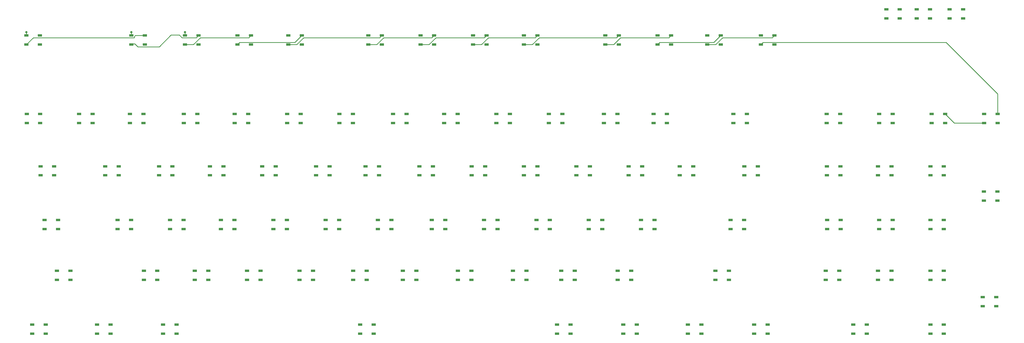
<source format=gbr>
G04 #@! TF.GenerationSoftware,KiCad,Pcbnew,8.0.5*
G04 #@! TF.CreationDate,2024-10-27T22:32:10+11:00*
G04 #@! TF.ProjectId,keyboard,6b657962-6f61-4726-942e-6b696361645f,rev?*
G04 #@! TF.SameCoordinates,Original*
G04 #@! TF.FileFunction,Copper,L1,Top*
G04 #@! TF.FilePolarity,Positive*
%FSLAX46Y46*%
G04 Gerber Fmt 4.6, Leading zero omitted, Abs format (unit mm)*
G04 Created by KiCad (PCBNEW 8.0.5) date 2024-10-27 22:32:10*
%MOMM*%
%LPD*%
G01*
G04 APERTURE LIST*
G04 #@! TA.AperFunction,SMDPad,CuDef*
%ADD10R,1.500000X0.900000*%
G04 #@! TD*
G04 #@! TA.AperFunction,ViaPad*
%ADD11C,0.800000*%
G04 #@! TD*
G04 #@! TA.AperFunction,Conductor*
%ADD12C,0.250000*%
G04 #@! TD*
G04 APERTURE END LIST*
D10*
X97100000Y-86700000D03*
X97100000Y-90000000D03*
X102000000Y-90000000D03*
X102000000Y-86700000D03*
X41600000Y-124700000D03*
X41600000Y-128000000D03*
X46500000Y-128000000D03*
X46500000Y-124700000D03*
X163600000Y-67700000D03*
X163600000Y-71000000D03*
X168500000Y-71000000D03*
X168500000Y-67700000D03*
X339600000Y-86700000D03*
X339600000Y-90000000D03*
X344500000Y-90000000D03*
X344500000Y-86700000D03*
X223100000Y-144200000D03*
X223100000Y-147500000D03*
X228000000Y-147500000D03*
X228000000Y-144200000D03*
X207100000Y-124700000D03*
X207100000Y-128000000D03*
X212000000Y-128000000D03*
X212000000Y-124700000D03*
X101100000Y-106200000D03*
X101100000Y-109500000D03*
X106000000Y-109500000D03*
X106000000Y-106200000D03*
X196600000Y-106200000D03*
X196600000Y-109500000D03*
X201500000Y-109500000D03*
X201500000Y-106200000D03*
X280600000Y-124700000D03*
X280600000Y-128000000D03*
X285500000Y-128000000D03*
X285500000Y-124700000D03*
X291100000Y-86700000D03*
X291100000Y-90000000D03*
X296000000Y-90000000D03*
X296000000Y-86700000D03*
X56100000Y-144200000D03*
X56100000Y-147500000D03*
X61000000Y-147500000D03*
X61000000Y-144200000D03*
X321050000Y-86700000D03*
X321050000Y-90000000D03*
X325950000Y-90000000D03*
X325950000Y-86700000D03*
X201100000Y-67700000D03*
X201100000Y-71000000D03*
X206000000Y-71000000D03*
X206000000Y-67700000D03*
X220100000Y-67700000D03*
X220100000Y-71000000D03*
X225000000Y-71000000D03*
X225000000Y-67700000D03*
X30600000Y-67700000D03*
X30600000Y-71000000D03*
X35500000Y-71000000D03*
X35500000Y-67700000D03*
X358600000Y-124700000D03*
X358600000Y-128000000D03*
X363500000Y-128000000D03*
X363500000Y-124700000D03*
X144100000Y-67700000D03*
X144100000Y-71000000D03*
X149000000Y-71000000D03*
X149000000Y-67700000D03*
X253600000Y-106200000D03*
X253600000Y-109500000D03*
X258500000Y-109500000D03*
X258500000Y-106200000D03*
X321100000Y-106200000D03*
X321100000Y-109500000D03*
X326000000Y-109500000D03*
X326000000Y-106200000D03*
X35600000Y-86700000D03*
X35600000Y-90000000D03*
X40500000Y-90000000D03*
X40500000Y-86700000D03*
X125550000Y-39200000D03*
X125550000Y-42500000D03*
X130450000Y-42500000D03*
X130450000Y-39200000D03*
X358600000Y-86700000D03*
X358600000Y-90000000D03*
X363500000Y-90000000D03*
X363500000Y-86700000D03*
X377600000Y-134200000D03*
X377600000Y-137500000D03*
X382500000Y-137500000D03*
X382500000Y-134200000D03*
X78600000Y-86700000D03*
X78600000Y-90000000D03*
X83500000Y-90000000D03*
X83500000Y-86700000D03*
X340050000Y-106200000D03*
X340050000Y-109500000D03*
X344950000Y-109500000D03*
X344950000Y-106200000D03*
X107100000Y-39200000D03*
X107100000Y-42500000D03*
X112000000Y-42500000D03*
X112000000Y-39200000D03*
X267600000Y-86700000D03*
X267600000Y-90000000D03*
X272500000Y-90000000D03*
X272500000Y-86700000D03*
X240600000Y-39200000D03*
X240600000Y-42500000D03*
X245500000Y-42500000D03*
X245500000Y-39200000D03*
X330600000Y-144200000D03*
X330600000Y-147500000D03*
X335500000Y-147500000D03*
X335500000Y-144200000D03*
X182100000Y-67700000D03*
X182100000Y-71000000D03*
X187000000Y-71000000D03*
X187000000Y-67700000D03*
X154600000Y-39200000D03*
X154600000Y-42500000D03*
X159500000Y-42500000D03*
X159500000Y-39200000D03*
X286100000Y-106200000D03*
X286100000Y-109500000D03*
X291000000Y-109500000D03*
X291000000Y-106200000D03*
X353600000Y-29700000D03*
X353600000Y-33000000D03*
X358500000Y-33000000D03*
X358500000Y-29700000D03*
X173550000Y-39200000D03*
X173550000Y-42500000D03*
X178450000Y-42500000D03*
X178450000Y-39200000D03*
X277600000Y-39200000D03*
X277600000Y-42500000D03*
X282500000Y-42500000D03*
X282500000Y-39200000D03*
X234600000Y-106200000D03*
X234600000Y-109500000D03*
X239500000Y-109500000D03*
X239500000Y-106200000D03*
X129600000Y-124700000D03*
X129600000Y-128000000D03*
X134500000Y-128000000D03*
X134500000Y-124700000D03*
X270600000Y-144200000D03*
X270600000Y-147500000D03*
X275500000Y-147500000D03*
X275500000Y-144200000D03*
X37100000Y-106200000D03*
X37100000Y-109500000D03*
X42000000Y-109500000D03*
X42000000Y-106200000D03*
X297100000Y-39200000D03*
X297100000Y-42500000D03*
X302000000Y-42500000D03*
X302000000Y-39200000D03*
X73100000Y-124700000D03*
X73100000Y-128000000D03*
X78000000Y-128000000D03*
X78000000Y-124700000D03*
X68600000Y-39200000D03*
X68600000Y-42500000D03*
X73500000Y-42500000D03*
X73500000Y-39200000D03*
X245100000Y-124700000D03*
X245100000Y-128000000D03*
X250000000Y-128000000D03*
X250000000Y-124700000D03*
X59100000Y-86700000D03*
X59100000Y-90000000D03*
X64000000Y-90000000D03*
X64000000Y-86700000D03*
X187100000Y-124700000D03*
X187100000Y-128000000D03*
X192000000Y-128000000D03*
X192000000Y-124700000D03*
X106100000Y-67700000D03*
X106100000Y-71000000D03*
X111000000Y-71000000D03*
X111000000Y-67700000D03*
X247100000Y-144200000D03*
X247100000Y-147500000D03*
X252000000Y-147500000D03*
X252000000Y-144200000D03*
X68100000Y-67700000D03*
X68100000Y-71000000D03*
X73000000Y-71000000D03*
X73000000Y-67700000D03*
X32600000Y-144200000D03*
X32600000Y-147500000D03*
X37500000Y-147500000D03*
X37500000Y-144200000D03*
X249100000Y-86700000D03*
X249100000Y-90000000D03*
X254000000Y-90000000D03*
X254000000Y-86700000D03*
X224600000Y-124700000D03*
X224600000Y-128000000D03*
X229500000Y-128000000D03*
X229500000Y-124700000D03*
X91600000Y-124700000D03*
X91600000Y-128000000D03*
X96500000Y-128000000D03*
X96500000Y-124700000D03*
X358600000Y-106200000D03*
X358600000Y-109500000D03*
X363500000Y-109500000D03*
X363500000Y-106200000D03*
X294600000Y-144200000D03*
X294600000Y-147500000D03*
X299500000Y-147500000D03*
X299500000Y-144200000D03*
X342600000Y-29700000D03*
X342600000Y-33000000D03*
X347500000Y-33000000D03*
X347500000Y-29700000D03*
X116100000Y-86700000D03*
X116100000Y-90000000D03*
X121000000Y-90000000D03*
X121000000Y-86700000D03*
X365550000Y-29700000D03*
X365550000Y-33000000D03*
X370450000Y-33000000D03*
X370450000Y-29700000D03*
X30500000Y-39200000D03*
X30500000Y-42500000D03*
X35400000Y-42500000D03*
X35400000Y-39200000D03*
X110600000Y-124700000D03*
X110600000Y-128000000D03*
X115500000Y-128000000D03*
X115500000Y-124700000D03*
X378100000Y-67700000D03*
X378100000Y-71000000D03*
X383000000Y-71000000D03*
X383000000Y-67700000D03*
X378050000Y-95850000D03*
X378050000Y-99150000D03*
X382950000Y-99150000D03*
X382950000Y-95850000D03*
X211100000Y-39200000D03*
X211100000Y-42500000D03*
X216000000Y-42500000D03*
X216000000Y-39200000D03*
X49600000Y-67700000D03*
X49600000Y-71000000D03*
X54500000Y-71000000D03*
X54500000Y-67700000D03*
X321000000Y-67700000D03*
X321000000Y-71000000D03*
X325900000Y-71000000D03*
X325900000Y-67700000D03*
X149100000Y-124700000D03*
X149100000Y-128000000D03*
X154000000Y-128000000D03*
X154000000Y-124700000D03*
X173100000Y-86700000D03*
X173100000Y-90000000D03*
X178000000Y-90000000D03*
X178000000Y-86700000D03*
X259600000Y-39200000D03*
X259600000Y-42500000D03*
X264500000Y-42500000D03*
X264500000Y-39200000D03*
X230100000Y-86700000D03*
X230100000Y-90000000D03*
X235000000Y-90000000D03*
X235000000Y-86700000D03*
X151600000Y-144200000D03*
X151600000Y-147500000D03*
X156500000Y-147500000D03*
X156500000Y-144200000D03*
X135600000Y-86700000D03*
X135600000Y-90000000D03*
X140500000Y-90000000D03*
X140500000Y-86700000D03*
X258100000Y-67700000D03*
X258100000Y-71000000D03*
X263000000Y-71000000D03*
X263000000Y-67700000D03*
X211100000Y-86700000D03*
X211100000Y-90000000D03*
X216000000Y-90000000D03*
X216000000Y-86700000D03*
X177600000Y-106200000D03*
X177600000Y-109500000D03*
X182500000Y-109500000D03*
X182500000Y-106200000D03*
X87600000Y-67700000D03*
X87600000Y-71000000D03*
X92500000Y-71000000D03*
X92500000Y-67700000D03*
X339600000Y-124700000D03*
X339600000Y-128000000D03*
X344500000Y-128000000D03*
X344500000Y-124700000D03*
X358600000Y-144200000D03*
X358600000Y-147500000D03*
X363500000Y-147500000D03*
X363500000Y-144200000D03*
X359100000Y-67700000D03*
X359100000Y-71000000D03*
X364000000Y-71000000D03*
X364000000Y-67700000D03*
X88050000Y-39200000D03*
X88050000Y-42500000D03*
X92950000Y-42500000D03*
X92950000Y-39200000D03*
X340000000Y-67700000D03*
X340000000Y-71000000D03*
X344900000Y-71000000D03*
X344900000Y-67700000D03*
X158100000Y-106200000D03*
X158100000Y-109500000D03*
X163000000Y-109500000D03*
X163000000Y-106200000D03*
X240100000Y-67700000D03*
X240100000Y-71000000D03*
X245000000Y-71000000D03*
X245000000Y-67700000D03*
X80100000Y-144200000D03*
X80100000Y-147500000D03*
X85000000Y-147500000D03*
X85000000Y-144200000D03*
X192100000Y-86700000D03*
X192100000Y-90000000D03*
X197000000Y-90000000D03*
X197000000Y-86700000D03*
X215600000Y-106200000D03*
X215600000Y-109500000D03*
X220500000Y-109500000D03*
X220500000Y-106200000D03*
X139100000Y-106200000D03*
X139100000Y-109500000D03*
X144000000Y-109500000D03*
X144000000Y-106200000D03*
X287100000Y-67700000D03*
X287100000Y-71000000D03*
X292000000Y-71000000D03*
X292000000Y-67700000D03*
X192600000Y-39200000D03*
X192600000Y-42500000D03*
X197500000Y-42500000D03*
X197500000Y-39200000D03*
X167100000Y-124700000D03*
X167100000Y-128000000D03*
X172000000Y-128000000D03*
X172000000Y-124700000D03*
X120100000Y-106200000D03*
X120100000Y-109500000D03*
X125000000Y-109500000D03*
X125000000Y-106200000D03*
X63600000Y-106200000D03*
X63600000Y-109500000D03*
X68500000Y-109500000D03*
X68500000Y-106200000D03*
X82600000Y-106200000D03*
X82600000Y-109500000D03*
X87500000Y-109500000D03*
X87500000Y-106200000D03*
X153600000Y-86700000D03*
X153600000Y-90000000D03*
X158500000Y-90000000D03*
X158500000Y-86700000D03*
X320600000Y-124700000D03*
X320600000Y-128000000D03*
X325500000Y-128000000D03*
X325500000Y-124700000D03*
X125100000Y-67700000D03*
X125100000Y-71000000D03*
X130000000Y-71000000D03*
X130000000Y-67700000D03*
D11*
X88026175Y-38011867D03*
X68564676Y-38000000D03*
X30500000Y-38000000D03*
D12*
X30500000Y-38000000D02*
X30500000Y-39200000D01*
X68564676Y-38000000D02*
X68564676Y-39164676D01*
X68564676Y-39164676D02*
X68600000Y-39200000D01*
X88026175Y-38011867D02*
X88026175Y-39176175D01*
X88026175Y-39176175D02*
X88050000Y-39200000D01*
X83000000Y-39000000D02*
X86000000Y-39000000D01*
X70025000Y-39200000D02*
X73500000Y-39200000D01*
X78725000Y-43275000D02*
X83000000Y-39000000D01*
X69861396Y-42225000D02*
X70911396Y-43275000D01*
X70911396Y-43275000D02*
X78725000Y-43275000D01*
X68875000Y-42225000D02*
X69861396Y-42225000D01*
X86000000Y-39000000D02*
X86975000Y-39975000D01*
X68600000Y-42500000D02*
X68875000Y-42225000D01*
X69675000Y-39550000D02*
X70025000Y-39200000D01*
X30500000Y-42500000D02*
X33025000Y-39975000D01*
X86975000Y-39975000D02*
X92175000Y-39975000D01*
X33025000Y-39975000D02*
X69675000Y-39975000D01*
X69675000Y-39975000D02*
X69675000Y-39550000D01*
X92175000Y-39975000D02*
X92950000Y-39200000D01*
X54500000Y-71000000D02*
X54800000Y-71000000D01*
X187000000Y-71000000D02*
X187300000Y-71000000D01*
X364000000Y-71000000D02*
X364500000Y-71000000D01*
X378100000Y-71000000D02*
X367300000Y-71000000D01*
X367300000Y-71000000D02*
X364000000Y-67700000D01*
X297100000Y-42500000D02*
X297875000Y-41725000D01*
X297875000Y-41725000D02*
X364287631Y-41725000D01*
X364287631Y-41725000D02*
X383000000Y-60437369D01*
X383000000Y-60437369D02*
X383000000Y-67700000D01*
X277600000Y-42500000D02*
X280650000Y-42500000D01*
X301225000Y-39975000D02*
X302000000Y-39200000D01*
X280650000Y-42500000D02*
X283175000Y-39975000D01*
X283175000Y-39975000D02*
X301225000Y-39975000D01*
X259600000Y-42500000D02*
X260375000Y-41725000D01*
X260375000Y-41725000D02*
X279975000Y-41725000D01*
X279975000Y-41725000D02*
X282500000Y-39200000D01*
X240600000Y-42500000D02*
X243650000Y-42500000D01*
X243650000Y-42500000D02*
X246150000Y-40000000D01*
X246150000Y-40000000D02*
X263700000Y-40000000D01*
X263700000Y-40000000D02*
X264500000Y-39200000D01*
X211100000Y-42500000D02*
X214150000Y-42500000D01*
X214150000Y-42500000D02*
X216650000Y-40000000D01*
X216650000Y-40000000D02*
X244700000Y-40000000D01*
X244700000Y-40000000D02*
X245500000Y-39200000D01*
X192600000Y-42500000D02*
X195650000Y-42500000D01*
X195650000Y-42500000D02*
X198150000Y-40000000D01*
X198150000Y-40000000D02*
X215200000Y-40000000D01*
X215200000Y-40000000D02*
X216000000Y-39200000D01*
X173550000Y-42500000D02*
X176600000Y-42500000D01*
X176600000Y-42500000D02*
X179100000Y-40000000D01*
X179100000Y-40000000D02*
X196700000Y-40000000D01*
X196700000Y-40000000D02*
X197500000Y-39200000D01*
X154600000Y-42500000D02*
X157650000Y-42500000D01*
X160150000Y-40000000D02*
X177650000Y-40000000D01*
X157650000Y-42500000D02*
X160150000Y-40000000D01*
X177650000Y-40000000D02*
X178450000Y-39200000D01*
X125550000Y-42500000D02*
X128600000Y-42500000D01*
X128600000Y-42500000D02*
X131125000Y-39975000D01*
X131125000Y-39975000D02*
X158725000Y-39975000D01*
X158725000Y-39975000D02*
X159500000Y-39200000D01*
X107100000Y-42500000D02*
X107875000Y-41725000D01*
X107875000Y-41725000D02*
X127925000Y-41725000D01*
X127925000Y-41725000D02*
X130450000Y-39200000D01*
X88050000Y-42500000D02*
X91100000Y-42500000D01*
X91100000Y-42500000D02*
X93625000Y-39975000D01*
X111225000Y-39975000D02*
X112000000Y-39200000D01*
X93625000Y-39975000D02*
X111225000Y-39975000D01*
M02*

</source>
